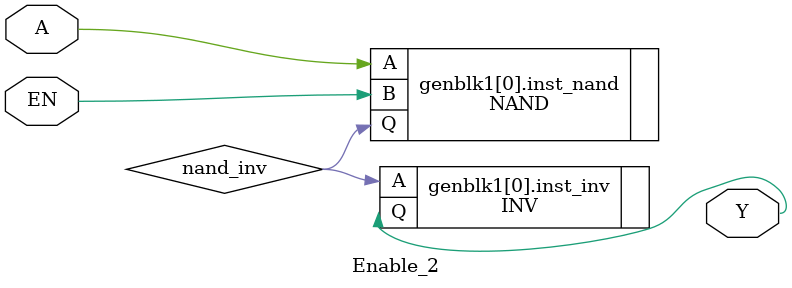
<source format=v>
`timescale 1ns / 1ps
module Enable_2 (A,EN,Y);
parameter SIZE=0;
input wire [(2**SIZE)-1:0] A;
input wire EN;
output wire [(2**SIZE)-1:0] Y;

wire [(2**SIZE)-1:0] nand_inv; //Salidas de la NAND al Inversor

genvar j;
for(j=0;j<2**SIZE;j=j+1)begin
    NAND inst_nand(.A(A[j]),.B(EN),.Q(nand_inv[j]));
    INV inst_inv(.A(nand_inv[j]),.Q(Y[j]));
end
endmodule

</source>
